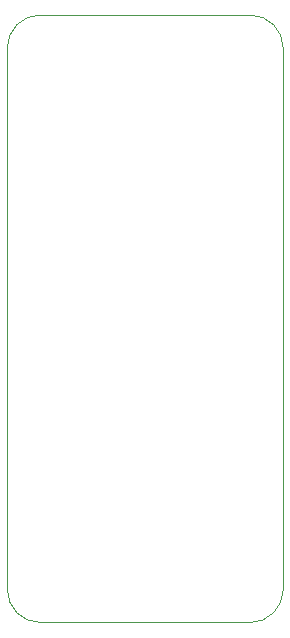
<source format=gbr>
%TF.GenerationSoftware,KiCad,Pcbnew,5.1.5+dfsg1-2~bpo10+1*%
%TF.CreationDate,Date%
%TF.ProjectId,ProMicro_WING,50726f4d-6963-4726-9f5f-57494e472e6b,v1.0*%
%TF.SameCoordinates,Original*%
%TF.FileFunction,Paste,Top*%
%TF.FilePolarity,Positive*%
%FSLAX45Y45*%
G04 Gerber Fmt 4.5, Leading zero omitted, Abs format (unit mm)*
G04 Created by KiCad*
%MOMM*%
%LPD*%
G04 APERTURE LIST*
%ADD10C,0.050000*%
G04 APERTURE END LIST*
D10*
X-1930400Y4445000D02*
G75*
G02X-1651000Y4724400I279400J0D01*
G01*
X127000Y4724400D02*
G75*
G02X406400Y4445000I0J-279400D01*
G01*
X406400Y-139700D02*
G75*
G02X127000Y-419100I-279400J0D01*
G01*
X-1651000Y-419100D02*
G75*
G02X-1930400Y-139700I0J279400D01*
G01*
X-1930400Y-139700D02*
X-1930400Y4445000D01*
X127000Y-419100D02*
X-1651000Y-419100D01*
X406400Y4445000D02*
X406400Y-139700D01*
X-1651000Y4724400D02*
X127000Y4724400D01*
M02*

</source>
